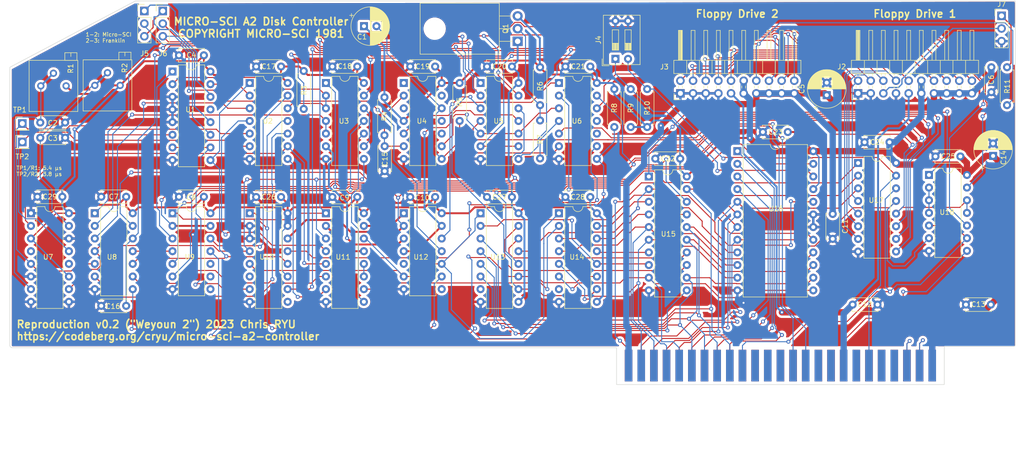
<source format=kicad_pcb>
(kicad_pcb (version 20221018) (generator pcbnew)

  (general
    (thickness 1.6)
  )

  (paper "A4")
  (layers
    (0 "F.Cu" signal)
    (31 "B.Cu" signal)
    (32 "B.Adhes" user "B.Adhesive")
    (33 "F.Adhes" user "F.Adhesive")
    (34 "B.Paste" user)
    (35 "F.Paste" user)
    (36 "B.SilkS" user "B.Silkscreen")
    (37 "F.SilkS" user "F.Silkscreen")
    (38 "B.Mask" user)
    (39 "F.Mask" user)
    (40 "Dwgs.User" user "User.Drawings")
    (41 "Cmts.User" user "User.Comments")
    (42 "Eco1.User" user "User.Eco1")
    (43 "Eco2.User" user "User.Eco2")
    (44 "Edge.Cuts" user)
    (45 "Margin" user)
    (46 "B.CrtYd" user "B.Courtyard")
    (47 "F.CrtYd" user "F.Courtyard")
    (48 "B.Fab" user)
    (49 "F.Fab" user)
    (50 "User.1" user)
    (51 "User.2" user)
    (52 "User.3" user)
    (53 "User.4" user)
    (54 "User.5" user)
    (55 "User.6" user)
    (56 "User.7" user)
    (57 "User.8" user)
    (58 "User.9" user)
  )

  (setup
    (stackup
      (layer "F.SilkS" (type "Top Silk Screen"))
      (layer "F.Paste" (type "Top Solder Paste"))
      (layer "F.Mask" (type "Top Solder Mask") (thickness 0.01))
      (layer "F.Cu" (type "copper") (thickness 0.035))
      (layer "dielectric 1" (type "core") (thickness 1.51) (material "FR4") (epsilon_r 4.5) (loss_tangent 0.02))
      (layer "B.Cu" (type "copper") (thickness 0.035))
      (layer "B.Mask" (type "Bottom Solder Mask") (thickness 0.01))
      (layer "B.Paste" (type "Bottom Solder Paste"))
      (layer "B.SilkS" (type "Bottom Silk Screen"))
      (copper_finish "None")
      (dielectric_constraints no)
    )
    (pad_to_mask_clearance 0)
    (pcbplotparams
      (layerselection 0x00010fc_ffffffff)
      (plot_on_all_layers_selection 0x0000000_00000000)
      (disableapertmacros false)
      (usegerberextensions false)
      (usegerberattributes true)
      (usegerberadvancedattributes true)
      (creategerberjobfile true)
      (dashed_line_dash_ratio 12.000000)
      (dashed_line_gap_ratio 3.000000)
      (svgprecision 4)
      (plotframeref false)
      (viasonmask false)
      (mode 1)
      (useauxorigin false)
      (hpglpennumber 1)
      (hpglpenspeed 20)
      (hpglpendiameter 15.000000)
      (dxfpolygonmode true)
      (dxfimperialunits true)
      (dxfusepcbnewfont true)
      (psnegative false)
      (psa4output false)
      (plotreference true)
      (plotvalue true)
      (plotinvisibletext false)
      (sketchpadsonfab false)
      (subtractmaskfromsilk false)
      (outputformat 1)
      (mirror false)
      (drillshape 1)
      (scaleselection 1)
      (outputdirectory "")
    )
  )

  (net 0 "")
  (net 1 "+5V")
  (net 2 "Net-(U4B-THR)")
  (net 3 "Net-(U7B-RCext)")
  (net 4 "GND")
  (net 5 "Net-(U7A-RCext)")
  (net 6 "Net-(J1-~{DMAIN})")
  (net 7 "Net-(J1-~{INTIN})")
  (net 8 "unconnected-(J1-~{DMA}-Pad22)")
  (net 9 "unconnected-(J1-~{RDY}-Pad21)")
  (net 10 "unconnected-(J1-~{IOSTRB}-Pad20)")
  (net 11 "unconnected-(J1-SYNC-Pad19)")
  (net 12 "R{slash}~{W}")
  (net 13 "unconnected-(J1-A15-Pad17)")
  (net 14 "unconnected-(J1-A14-Pad16)")
  (net 15 "unconnected-(J1-A13-Pad15)")
  (net 16 "unconnected-(J1-A12-Pad14)")
  (net 17 "unconnected-(J1-A11-Pad13)")
  (net 18 "unconnected-(J1-A10-Pad12)")
  (net 19 "unconnected-(J1-A9-Pad11)")
  (net 20 "unconnected-(J1-A8-Pad10)")
  (net 21 "A7")
  (net 22 "A6")
  (net 23 "A5")
  (net 24 "A4")
  (net 25 "A3")
  (net 26 "A2")
  (net 27 "A1")
  (net 28 "A0")
  (net 29 "~{IOSEL}")
  (net 30 "unconnected-(J1-~{NMI}-Pad29)")
  (net 31 "unconnected-(J1-~{IRQ}-Pad30)")
  (net 32 "~{RESET}")
  (net 33 "unconnected-(J1-~{INH}-Pad32)")
  (net 34 "-12V")
  (net 35 "-5V")
  (net 36 "unconnected-(J1-COLORREF{slash}M2B0-Pad35)")
  (net 37 "7M")
  (net 38 "Q3")
  (net 39 "unconnected-(J1-PHI1-Pad38)")
  (net 40 "unconnected-(J1-USER1{slash}SYNC{slash}M2SEL-Pad39)")
  (net 41 "unconnected-(J1-PHI0-Pad40)")
  (net 42 "~{DEVSEL}")
  (net 43 "D7")
  (net 44 "D6")
  (net 45 "D5")
  (net 46 "D4")
  (net 47 "D3")
  (net 48 "D2")
  (net 49 "D1")
  (net 50 "D0")
  (net 51 "+12V")
  (net 52 "PH0")
  (net 53 "PH1")
  (net 54 "PH2")
  (net 55 "PH3")
  (net 56 "~{WREQ}")
  (net 57 "~{EN.A}")
  (net 58 "RD")
  (net 59 "WR")
  (net 60 "PWM")
  (net 61 "~{EN.B}")
  (net 62 "Net-(U4A-THR)")
  (net 63 "Net-(R7-Pad1)")
  (net 64 "Net-(U1-~{MR})")
  (net 65 "Net-(U1-CEP)")
  (net 66 "Net-(J5-Pin_1)")
  (net 67 "Net-(J5-Pin_3)")
  (net 68 "unconnected-(U1-Q1-Pad13)")
  (net 69 "Net-(U1-TC)")
  (net 70 "Net-(U2-Pad3)")
  (net 71 "Net-(U11-D1)")
  (net 72 "CLOCK_0")
  (net 73 "CLOCK_1")
  (net 74 "S_CLK")
  (net 75 "Net-(U2-Pad10)")
  (net 76 "Net-(U12B-Q)")
  (net 77 "Net-(U2-Pad13)")
  (net 78 "Net-(U3-Pad4)")
  (net 79 "Net-(U3-Pad12)")
  (net 80 "Net-(U11-Cp)")
  (net 81 "unconnected-(U4A-DIS-Pad1)")
  (net 82 "unconnected-(U4A-CV-Pad3)")
  (net 83 "Net-(U4A-Q)")
  (net 84 "unconnected-(U4B-R-Pad10)")
  (net 85 "unconnected-(U4B-CV-Pad11)")
  (net 86 "unconnected-(U4B-DIS-Pad13)")
  (net 87 "DRVSEL")
  (net 88 "RW1")
  (net 89 "ENABLE")
  (net 90 "unconnected-(U6-Pad10)")
  (net 91 "unconnected-(U6-Pad11)")
  (net 92 "WRITE")
  (net 93 "unconnected-(U7A-~{Q}-Pad4)")
  (net 94 "unconnected-(U7B-~{Q}-Pad12)")
  (net 95 "DATA_CLK")
  (net 96 "Net-(U8-Pad11)")
  (net 97 "LATCH_D7")
  (net 98 "unconnected-(U9-Pad8)")
  (net 99 "unconnected-(U9-Pad9)")
  (net 100 "unconnected-(U9-Pad10)")
  (net 101 "DATA_RST")
  (net 102 "unconnected-(U10A-Q-Pad6)")
  (net 103 "unconnected-(U10B-~{Q}-Pad9)")
  (net 104 "Net-(U11-D4)")
  (net 105 "Net-(U10B-~{K})")
  (net 106 "Net-(U11-D3)")
  (net 107 "unconnected-(U12A-Q-Pad5)")
  (net 108 "unconnected-(U12B-~{Q}-Pad8)")
  (net 109 "LATCH_D3")
  (net 110 "unconnected-(U13-Dsl-Pad7)")
  (net 111 "LATCH_D6")
  (net 112 "LATCH_D5")
  (net 113 "LATCH_D4")
  (net 114 "unconnected-(U14-Dsl-Pad7)")
  (net 115 "LATCH_D2")
  (net 116 "LATCH_D1")
  (net 117 "LATCH_D0")
  (net 118 "Net-(U15-OE)")
  (net 119 "Net-(U18-Pad2)")
  (net 120 "+5C")
  (net 121 "Net-(Q1-B)")
  (net 122 "Net-(J6-Pin_2)")
  (net 123 "Net-(J6-Pin_3)")
  (net 124 "SDATA")
  (net 125 "~{TCNT}")
  (net 126 "~{RDSTS}")
  (net 127 "~{WRITE}")
  (net 128 "SR7")
  (net 129 "RDSTB")
  (net 130 "SS_DATA")
  (net 131 "BR_DATA")
  (net 132 "~{FF_RST}")
  (net 133 "GO")
  (net 134 "U12B_CLK")
  (net 135 "BQ3")
  (net 136 "~{WRT_CLK}")
  (net 137 "U12A_CLK")
  (net 138 "WRT_LD")
  (net 139 "~{SHFTCLK}")
  (net 140 "Net-(U16-A8)")
  (net 141 "Net-(U16-A9)")
  (net 142 "Net-(J2-Pin_5)")
  (net 143 "Net-(J7-Pin_1)")

  (footprint "Package_DIP:DIP-16_W7.62mm" (layer "F.Cu") (at 93.65 103.61))

  (footprint "Capacitor_THT:C_Disc_D5.0mm_W2.5mm_P5.00mm" (layer "F.Cu") (at 201.685 87.3 180))

  (footprint "Capacitor_THT:CP_Radial_D7.5mm_P2.50mm" (layer "F.Cu") (at 209.5 79.9 90))

  (footprint "Capacitor_THT:C_Disc_D5.0mm_W2.5mm_P5.00mm" (layer "F.Cu") (at 51.6 88.45))

  (footprint "Capacitor_THT:C_Disc_D5.0mm_W2.5mm_P5.00mm" (layer "F.Cu") (at 210.7 103.75 -90))

  (footprint "Connector_PinHeader_2.54mm:PinHeader_1x03_P2.54mm_Vertical" (layer "F.Cu") (at 244.6 63.975))

  (footprint "Capacitor_THT:C_Disc_D5.0mm_W2.5mm_P5.00mm" (layer "F.Cu") (at 146.3 74.15 180))

  (footprint "Resistor_THT:R_Axial_DIN0207_L6.3mm_D2.5mm_P7.62mm_Horizontal" (layer "F.Cu") (at 151.95 92.6 90))

  (footprint "Package_DIP:DIP-16_W7.62mm" (layer "F.Cu") (at 108.95 103.61))

  (footprint "Capacitor_THT:C_Disc_D5.0mm_W2.5mm_P5.00mm" (layer "F.Cu") (at 115.25 100.35 180))

  (footprint "Capacitor_THT:C_Disc_D5.0mm_W2.5mm_P5.00mm" (layer "F.Cu") (at 68.85 122.2 180))

  (footprint "Capacitor_THT:C_Disc_D5.0mm_W2.5mm_P5.00mm" (layer "F.Cu") (at 214.7 121.95))

  (footprint "Connector_PinHeader_2.54mm:PinHeader_1x03_P2.54mm_Vertical" (layer "F.Cu") (at 72.5 63))

  (footprint "Capacitor_THT:C_Disc_D5.0mm_W2.5mm_P5.00mm" (layer "F.Cu") (at 146.3 100.35 180))

  (footprint "Resistor_THT:R_Axial_DIN0207_L6.3mm_D2.5mm_P7.62mm_Horizontal" (layer "F.Cu") (at 173.45 86.3 90))

  (footprint "Capacitor_THT:CP_Radial_D7.5mm_P2.50mm" (layer "F.Cu") (at 116.6 66.05))

  (footprint "Capacitor_THT:C_Disc_D5.0mm_W2.5mm_P5.00mm" (layer "F.Cu") (at 84.45 100.3 180))

  (footprint "Capacitor_THT:C_Disc_D5.0mm_W2.5mm_P5.00mm" (layer "F.Cu") (at 236.33 92.2 180))

  (footprint "Package_TO_SOT_THT:TO-220-3_Horizontal_TabDown" (layer "F.Cu") (at 147.45 69.09 90))

  (footprint "Package_DIP:DIP-14_W7.62mm" (layer "F.Cu") (at 108.95 77.46))

  (footprint "Potentiometer_THT:Potentiometer_Bourns_3299P_Horizontal" (layer "F.Cu") (at 67.64 77.94 -90))

  (footprint "Capacitor_THT:C_Disc_D5.0mm_W2.5mm_P5.00mm" (layer "F.Cu") (at 68.85 100.3 180))

  (footprint "Resistor_THT:R_Axial_DIN0207_L6.3mm_D2.5mm_P7.62mm_Horizontal" (layer "F.Cu") (at 151.95 74.29 -90))

  (footprint "Resistor_THT:R_Axial_DIN0207_L6.3mm_D2.5mm_P7.62mm_Horizontal" (layer "F.Cu") (at 135.8 77.45 -90))

  (footprint "Capacitor_THT:C_Disc_D5.0mm_W2.5mm_P5.00mm" (layer "F.Cu") (at 162.03 74.15 180))

  (footprint "Capacitor_THT:C_Disc_D5.0mm_W2.5mm_P5.00mm" (layer "F.Cu") (at 130.88 100.35 180))

  (footprint "Package_DIP:DIP-14_W7.62mm" (layer "F.Cu") (at 124.58 77.46))

  (footprint "Resistor_THT:R_Axial_DIN0207_L6.3mm_D2.5mm_P7.62mm_Horizontal" (layer "F.Cu") (at 120.7 87.95 90))

  (footprint "Connector_PinHeader_2.54mm:PinHeader_1x03_P2.54mm_Vertical" (layer "F.Cu") (at 76.2 63))

  (footprint "Package_DIP:DIP-20_W7.62mm" (layer "F.Cu") (at 173.78 96.23))

  (footprint "Capacitor_THT:C_Disc_D5.0mm_W2.5mm_P5.00mm" (layer "F.Cu") (at 162.03 100.35 180))

  (footprint "apple2:Male_Card-Edge_50_pin__100_mil" (layer "F.Cu")
    (tstamp 73508db2-3506-4480-aca3-4c3ce6ca73fb)
    (at 200.2 134.2)
    (descr "A2_BUS")
    (property "Sheetfile" "MicroSci Floppy Controller.kicad_sch")
    (property "Sheetname" "")
    (property "ki_description" "Apple II expansion bus")
    (path "/7aec06c4-6a87-4510-aac7-6ff9185d647c")
    (attr through_hole)
    (fp_text reference "J1" (at 0 -5.08) (layer "F.SilkS") hide
        (effects (font (size 1.016 0.762) (thickness 0.127)))
      (tstamp 5b5fab75-9b1e-46ce-918c-d2517bf29ed5)
    )
    (fp_text value "A2Bus" (at 0 5.08) (layer "F.SilkS") hide
        (effects (font (size 1.016 0.762) (thickness 0.127)))
      (tstamp aff57ccf-21db-41c0-9a21-9ad53bca9de1)
    )
    (fp_poly
      (pts
        (xy -32.893 -3.81)
        (xy -31.75 -3.81)
        (xy -31.75 3.81)
        (xy -32.893 3.81)
      )

      (stroke (width 0.001) (type solid)) (fill solid) (layer "B.Mask") (tstamp 4b0d97d0-400f-49db-abe3-29a13b8219c1))
    (fp_poly
      (pts
        (xy 32.893 -3.81)
        (xy 31.75 -3.81)
        (xy 31.75 3.81)
        (xy 32.893 3.81)
      )

      (stroke (width 0.001) (type solid)) (fill solid) (layer "B.Mask") (tstamp 50a0748d-5e7e-4500-aab1-a643683d6b0a))
    (fp_poly
      (pts
        (xy -32.893 -3.81)
        (xy -31.75 -3.81)
        (xy -31.75 3.81)
        (xy -32.893 3.81)
      )

      (stroke (width 0.001) (type solid)) (fill solid) (layer "F.Mask") (tstamp 6db6a2f6-e125-41a5-b2a3-6904769534ca))
    (fp_poly
      (pts
        (xy 32.893 -3.81)
        (xy 31.75 -3.81)
        (xy 31.75 3.81)
        (xy 32.893 3.81)
      )

      (stroke (width 0.001) (type solid)) (fill solid) (layer "F.Mask") (tstamp bec922b0-56e9-4b83-a9cd-da43108ba281))
    (pad "1" smd rect (at -30.48 0 270) (size 6.35 1.524) (layers "F.Cu" "F.Mask")
      (net 29 "~{IOSEL}") (pinfunction "~{IOSEL}") (pintype "output") (solder_mask_margin 0.65) (clearance 0.254) (tstamp 72c8e675-8d24-4182-ba12-eb3de37ee80c))
    (pad "2" smd rect (at -27.94 0 270) (size 6.35 1.524) (layers "F.Cu" "F.Mask")
      (net 28 "A0") (pinfunction "A0") (pintype "bidirectional") (solder_mask_margin 0.65) (clearance 0.254) (tstamp e8732e29-dda7-4bd9-a9fc-51a5fcd6cbb3))
    (pad "3" smd rect (at -25.4 0 270) (size 6.35 1.524) (layers "F.Cu" "F.Mask")
      (net 27 "A1") (pinfunction "A1") (pintype "bidirectional") (solder_mask_margin 0.65) (clearance 0.254) (tstamp e3a1d39e-648f-4709-83f6-f0f5c9b7f3d8))
    (pad "4" smd rect (at -22.86 0 270) (size 6.35 1.524) (layers "F.Cu" "F.Mask")
      (net 26 "A2") (pinfunction "A2") (pintype "bidirectional") (solder_mask_margin 0.65) (clearance 0.254) (tstamp 78031448-1c63-49de-82b4-6cd93f28307b))
    (pad "5" smd rect (at -20.32 0 270) (size 6.35 1.524) (layers "F.Cu" "F.Mask")
      (net 25 "A3") (pinfunction "A3") (pintype "bidirectional") (solder_mask_margin 0.65) (clearance 0.254) (tstamp e2fa773e-faa6-4d7e-84ce-2413ee501f3e))
    (pad "6" smd rect (at -17.78 0 270) (size 6.35 1.524) (layers "F.Cu" "F.Mask")
      (net 24 "A4") (pinfunction "A4") (pintype "bidirectional") (solder_mask_margin 0.65) (clearance 0.254) (tstamp 46d40f8d-e801-4aa7-af03-0b432fe5e231))
    (pad "7" smd rect (at -15.24 0 270) (size 6.35 1.524) (layers "F.Cu" "F.Mask")
      (net 23 "A5") (pinfunction "A5") (pintype "bidirectional") (solder_mask_margin 0.65) (clearance 0.254) (tstamp 761f7047-fe19-477d-a2e9-06ea5e4a7845))
    (pad "8" smd rect (at -12.7 0 270) (size 6.35 1.524) (layers "F.Cu" "F.Mask")
      (net 22 "A6") (pinfunction "A6") (pintype "bidirectional") (solder_mask_margin 0.65) (clearance 0.254) (tstamp 108a3e82-5879-4c6d-8412-9d9366bb673b))
    (pad "9" smd rect (at -10.16 0 270) (size 6.35 1.524) (layers "F.Cu" "F.Mask")
      (net 21 "A7") (pinfunction "A7") (pintype "bidirectional") (solder_mask_margin 0.65) (clearance 0.254) (tstamp 13fb5ed8-39a1-4dd8-b111-ae802da7ade1))
    (pad "10" smd rect (at -7.62 0 270) (size 6.35 1.524) (layers "F.Cu" "F.Mask")
      (net 20 "unconnected-(J1-A8-Pad10)") (pinfunction "A8") (pintype "bidirectional+no_connect") (solder_mask_margin 0.65) (clearance 0.254) (tstamp a994dcb7-08dd-49fb-ab99-8fdea619bb18))
    (pad "11" smd rect (at -5.08 0 270) (size 6.35 1.524) (layers "F.Cu" "F.Mask")
      (net 19 "unconnected-(J1-A9-Pad11)") (pinfunction "A9") (pintype "bidirectional+no_connect") (solder_mask_margin 0.65) (clearance 0.254) (tstamp 5f786b0b-7efb-4f10-ad6f-2cab987fb1a6))
    (pad "12" smd rect (at -2.54 0 270) (size 6.35 1.524) (layers "F.Cu" "F.Mask")
      (net 18 "unconnected-(J1-A10-Pad12)") (pinfunction "A10") (pintype "bidirectional+no_connect") (solder_mask_margin 0.65) (clearance 0.254) (tstamp 16430343-c407-4c34-961b-000650b505ac))
    (pad "13" smd rect (at 0 0 270) (size 6.35 1.524) (layers "F.Cu" "F.Mask")
      (net 17 "unconnected-(J1-A11-Pad13)") (pinfunction "A11") (pintype "bidirectional+no_connect") (solder_mask_margin 0.65) (clearance 0.254) (tstamp 693edeb9-b4b0-4d68-9c46-5e8a1069196c))
    (pad "14" smd rect (at 2.54 0 270) (size 6.35 1.524) (layers "F.Cu" "F.Mask")
      (net 16 "unconnected-(J1-A12-Pad14)") (pinfunction "A12") (pintype "bidirectional+no_connect") (solder_mask_margin 0.65) (clearance 0.254) (tstamp 4b1b2cce-055d-40f9-9ee0-f77fc664da23))
    (pad "15" smd rect (at 5.08 0 270) (size 6.35 1.524) (layers "F.Cu" "F.Mask")
      (net 15 "unconnected-(J1-A13-Pad15)") (pinfunction "A13") (pintype "bidirectional+no_connect") (solder_mask_margin 0.65) (clearance 0.254) (tstamp cfc991c5-4af7-495c-8f6f-40177cae59ce))
    (pad "16" smd rect (at 7.62 0 270) (size 6.35 1.524) (layers "F.Cu" "F.Mask")
      (net 14 "unconnected-(J1-A14-Pad16)") (pinfunction "A14") (pintype "bidirectional+no_connect") (solder_mask_margin 0.65) (clearance 0.254) (tstamp 5820ea93-90ab-4df0-bb1b-13944e784a8b))
    (pad "17" smd rect (at 10.16 0 270) (size 6.35 1.524) (layers "F.Cu" "F.Mask")
      (net 13 "unconnected-(J1-A15-Pad17)") (pinfunction "A15") (pintype "bidirectional+no_connect") (solder_mask_margin 0.65) (clearance 0.254) (tstamp 24a42c8c-8d4e-4f05-89b0-53204f489978))
    (pad "18" smd rect (at 12.7 0 270) (size 6.35 1.524) (layers "F.Cu" "F.Mask")
      (net 12 "R{slash}~{W}") (pinfunction "R/~{W}") (pintype "bidirectional") (solder_mask_margin 0.65) (clearance 0.254) (tstamp 298da0d3-1f07-46da-a2ac-58160892ed03))
    (pad "19" smd rect (at 15.24 0 270) (size 6.35 1.524) (layers "F.Cu" "F.Mask")
      (net 11 "unconnected-(J1-SYNC-Pad19)") (pinfunction "SYNC") (pintype "output+no_connect") (solder_mask_margin 0.65) (clearance 0.254) (tstamp be1adf20-ca2a-48e6-808f-88c827d2d8a1))
    (pad "20" smd rect (at 17.78 0 270) (size 6.35 1.524) (layers "F.Cu" "F.Mask")
      (net 10 "unconnected-(J1-~{IOSTRB}-Pad20)") (pinfunction "~{IOSTRB}") (pintype "output+no_connect") (solder_mask_margin 0.65) (clearance 0.254) (tstamp c5d40151-58eb-4f50-9cf9-c040b7b5691b))
    (pad "21" smd rect (at 20.32 0 270) (size 6.35 1.524) (layers "F.Cu" "F.Mask")
      (net 9 "unconnected-(J1-~{RDY}-Pad21)") (pinfunction "~{RDY}") (pintype "input+no_connect") (solder_mask_margin 0.65) (clearance 0.254) (tstamp 7b0a4a38-534f-4da7-9869-fea5eca7bcbd))
    (pad "22" smd rect (at 22.86 0 270) (size 6.35 1.524) (layers "F.Cu" "F.Mask")
      (net 8 "unconnected-(J1-~{DMA}-Pad22)") (pinfunction "~{DMA}") (pintype "input+no_connect") (solder_mask_margin 0.65) (clearance 0.254) (tstamp 8ebcbd68-9f46-45e7-8150-1175628c1b45))
    (pad "23" smd rect (at 25.4 0 270) (size 6.35 1.524) (layers "F.Cu" "F.Mask")
      (net 7 "Net-(J1-~{INTIN})") (pinfunction "~{INTOUT}") (pintype "input") (solder_mask_margin 0.65) (clearance 0.254) (tstamp 5754c7d9-215a-4edb-
... [1720930 chars truncated]
</source>
